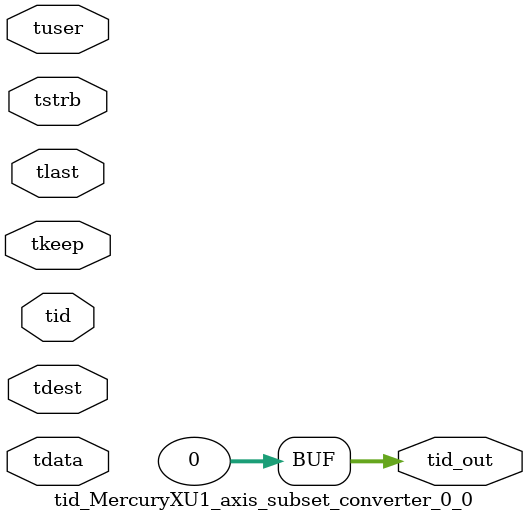
<source format=v>


`timescale 1ps/1ps

module tid_MercuryXU1_axis_subset_converter_0_0 #
(
parameter C_S_AXIS_TID_WIDTH   = 1,
parameter C_S_AXIS_TUSER_WIDTH = 0,
parameter C_S_AXIS_TDATA_WIDTH = 0,
parameter C_S_AXIS_TDEST_WIDTH = 0,
parameter C_M_AXIS_TID_WIDTH   = 32
)
(
input  [(C_S_AXIS_TID_WIDTH   == 0 ? 1 : C_S_AXIS_TID_WIDTH)-1:0       ] tid,
input  [(C_S_AXIS_TDATA_WIDTH == 0 ? 1 : C_S_AXIS_TDATA_WIDTH)-1:0     ] tdata,
input  [(C_S_AXIS_TUSER_WIDTH == 0 ? 1 : C_S_AXIS_TUSER_WIDTH)-1:0     ] tuser,
input  [(C_S_AXIS_TDEST_WIDTH == 0 ? 1 : C_S_AXIS_TDEST_WIDTH)-1:0     ] tdest,
input  [(C_S_AXIS_TDATA_WIDTH/8)-1:0 ] tkeep,
input  [(C_S_AXIS_TDATA_WIDTH/8)-1:0 ] tstrb,
input                                                                    tlast,
output [(C_M_AXIS_TID_WIDTH   == 0 ? 1 : C_M_AXIS_TID_WIDTH)-1:0       ] tid_out
);

assign tid_out = {1'b0};

endmodule


</source>
